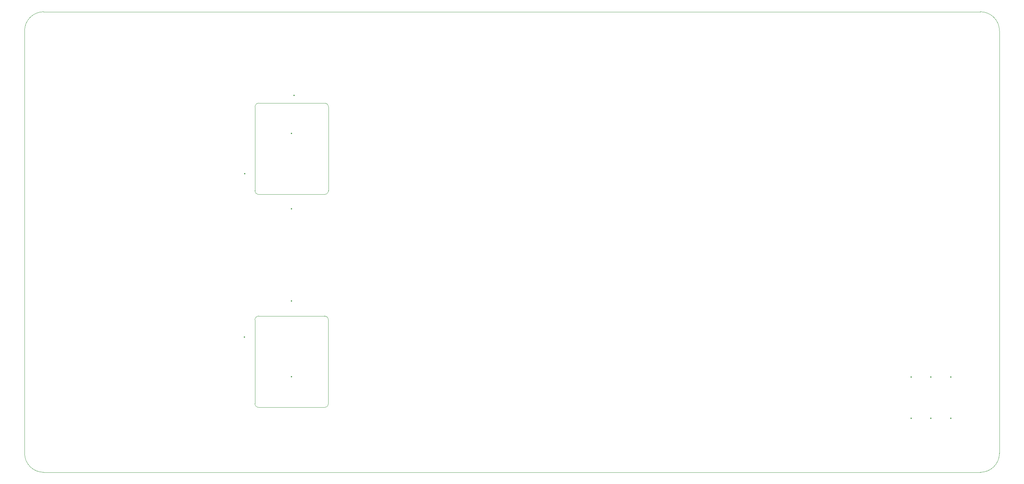
<source format=gbr>
%TF.GenerationSoftware,KiCad,Pcbnew,8.0.4*%
%TF.CreationDate,2024-09-14T13:16:13+09:30*%
%TF.ProjectId,Forte_PA_Deck,466f7274-655f-4504-915f-4465636b2e6b,1.0*%
%TF.SameCoordinates,Original*%
%TF.FileFunction,Profile,NP*%
%FSLAX46Y46*%
G04 Gerber Fmt 4.6, Leading zero omitted, Abs format (unit mm)*
G04 Created by KiCad (PCBNEW 8.0.4) date 2024-09-14 13:16:13*
%MOMM*%
%LPD*%
G01*
G04 APERTURE LIST*
%TA.AperFunction,Profile*%
%ADD10C,0.100000*%
%TD*%
%ADD11C,0.350000*%
G04 APERTURE END LIST*
D10*
X103792893Y-79000000D02*
G75*
G02*
X102792893Y-79999993I-999993J0D01*
G01*
X24000000Y-37000000D02*
G75*
G02*
X29000000Y-32000000I5000000J0D01*
G01*
X85478553Y-135950000D02*
G75*
G02*
X84478600Y-134950000I47J1000000D01*
G01*
X275000000Y-32000000D02*
G75*
G02*
X280000000Y-37000000I0J-5000000D01*
G01*
X102792893Y-56000000D02*
G75*
G02*
X103792900Y-57000000I7J-1000000D01*
G01*
X85478553Y-111950000D02*
X102771446Y-111950000D01*
X102792893Y-80000000D02*
X85500000Y-80000000D01*
X84500000Y-79000000D02*
X84500000Y-57000000D01*
X103771446Y-112950000D02*
X103771446Y-134950000D01*
X84500000Y-57000000D02*
G75*
G02*
X85500000Y-56000000I1000000J0D01*
G01*
X103792893Y-57000000D02*
X103792893Y-79000000D01*
X275000000Y-153000000D02*
X29000000Y-153000000D01*
X24000000Y-148000000D02*
X24000000Y-37000000D01*
X103771446Y-134950000D02*
G75*
G02*
X102771446Y-135950046I-1000046J0D01*
G01*
X29000000Y-32000000D02*
X275000000Y-32000000D01*
X85500000Y-80000000D02*
G75*
G02*
X84500000Y-79000000I0J1000000D01*
G01*
X85500000Y-56000000D02*
X102792893Y-56000000D01*
X102771446Y-135950000D02*
X85478553Y-135950000D01*
X84478553Y-134950000D02*
X84478553Y-112950000D01*
X280000000Y-37000000D02*
X280000000Y-148000000D01*
X84478553Y-112950000D02*
G75*
G02*
X85478553Y-111949953I1000047J0D01*
G01*
X102771446Y-111950000D02*
G75*
G02*
X103771500Y-112950000I54J-1000000D01*
G01*
X280000000Y-148000000D02*
G75*
G02*
X275000000Y-153000000I-5000000J0D01*
G01*
X29000000Y-153000000D02*
G75*
G02*
X24000000Y-148000000I0J5000000D01*
G01*
D11*
X256790000Y-128000000D03*
X256790000Y-138800000D03*
X262000000Y-128000000D03*
X262000000Y-138800000D03*
X267210000Y-128000000D03*
X267210000Y-138800000D03*
X94750000Y-54000000D03*
X81750000Y-117440000D03*
X94050000Y-127860000D03*
X94050000Y-108000000D03*
X94050000Y-63940000D03*
X94050000Y-83800000D03*
X81800000Y-74560000D03*
M02*

</source>
